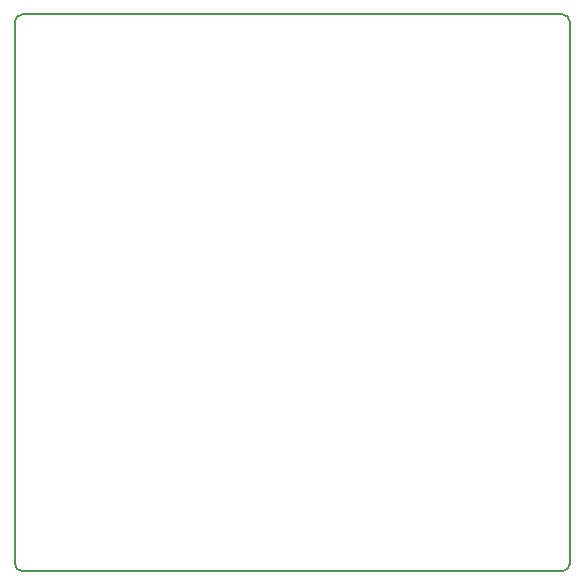
<source format=gbr>
%TF.GenerationSoftware,KiCad,Pcbnew,(5.1.6)-1*%
%TF.CreationDate,2020-09-04T20:31:26+02:00*%
%TF.ProjectId,c64modem,6336346d-6f64-4656-9d2e-6b696361645f,rev?*%
%TF.SameCoordinates,Original*%
%TF.FileFunction,Profile,NP*%
%FSLAX46Y46*%
G04 Gerber Fmt 4.6, Leading zero omitted, Abs format (unit mm)*
G04 Created by KiCad (PCBNEW (5.1.6)-1) date 2020-09-04 20:31:26*
%MOMM*%
%LPD*%
G01*
G04 APERTURE LIST*
%TA.AperFunction,Profile*%
%ADD10C,0.150000*%
%TD*%
G04 APERTURE END LIST*
D10*
X172085000Y-110109000D02*
X172085000Y-64236600D01*
X125095000Y-64236600D02*
X125095000Y-110109000D01*
X125095000Y-110109000D02*
G75*
G03*
X125730000Y-110744000I635000J0D01*
G01*
X171450000Y-110744000D02*
G75*
G03*
X172085000Y-110109000I0J635000D01*
G01*
X172085000Y-64236600D02*
G75*
G03*
X171450000Y-63601600I-635000J0D01*
G01*
X125730000Y-63601600D02*
G75*
G03*
X125095000Y-64236600I0J-635000D01*
G01*
X171450000Y-63601600D02*
X125730000Y-63601600D01*
X125730000Y-110744000D02*
X171450000Y-110744000D01*
M02*

</source>
